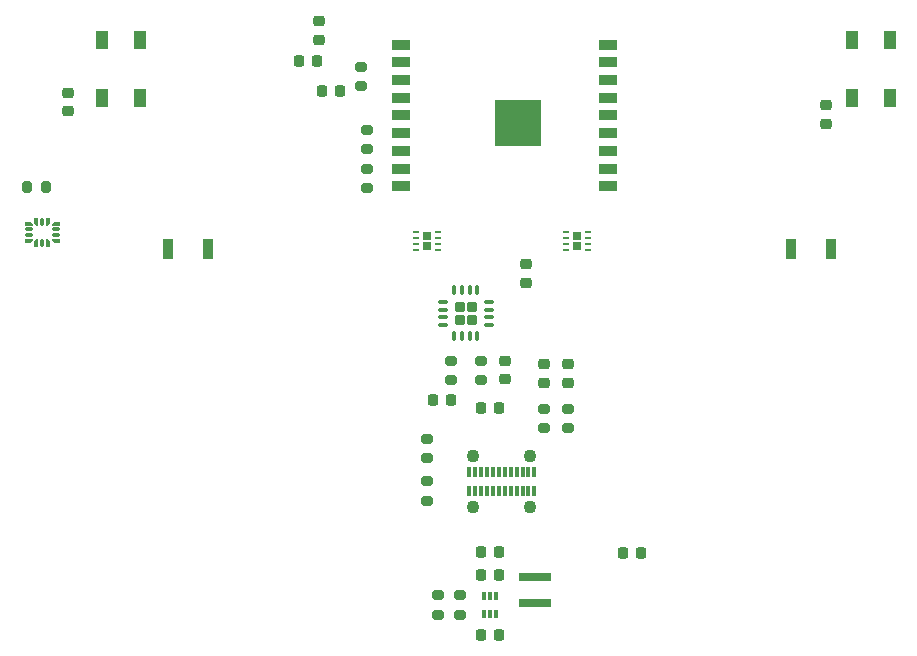
<source format=gbr>
%TF.GenerationSoftware,KiCad,Pcbnew,(6.0.9-0)*%
%TF.CreationDate,2023-03-14T17:35:55-07:00*%
%TF.ProjectId,MiniDusty,4d696e69-4475-4737-9479-2e6b69636164,rev?*%
%TF.SameCoordinates,Original*%
%TF.FileFunction,Paste,Top*%
%TF.FilePolarity,Positive*%
%FSLAX46Y46*%
G04 Gerber Fmt 4.6, Leading zero omitted, Abs format (unit mm)*
G04 Created by KiCad (PCBNEW (6.0.9-0)) date 2023-03-14 17:35:55*
%MOMM*%
%LPD*%
G01*
G04 APERTURE LIST*
G04 Aperture macros list*
%AMRoundRect*
0 Rectangle with rounded corners*
0 $1 Rounding radius*
0 $2 $3 $4 $5 $6 $7 $8 $9 X,Y pos of 4 corners*
0 Add a 4 corners polygon primitive as box body*
4,1,4,$2,$3,$4,$5,$6,$7,$8,$9,$2,$3,0*
0 Add four circle primitives for the rounded corners*
1,1,$1+$1,$2,$3*
1,1,$1+$1,$4,$5*
1,1,$1+$1,$6,$7*
1,1,$1+$1,$8,$9*
0 Add four rect primitives between the rounded corners*
20,1,$1+$1,$2,$3,$4,$5,0*
20,1,$1+$1,$4,$5,$6,$7,0*
20,1,$1+$1,$6,$7,$8,$9,0*
20,1,$1+$1,$8,$9,$2,$3,0*%
%AMFreePoly0*
4,1,48,0.036020,0.199191,0.037970,0.199714,0.040958,0.198321,0.057086,0.195477,0.069630,0.184951,0.084467,0.178033,0.290533,-0.028033,0.293203,-0.031847,0.294953,-0.032857,0.296081,-0.035957,0.305473,-0.049370,0.306900,-0.065680,0.312500,-0.081066,0.312500,-0.125000,0.310782,-0.134742,0.311361,-0.138024,0.309695,-0.140910,0.307977,-0.150652,0.295451,-0.165579,0.285709,-0.182453,
0.279350,-0.184767,0.275000,-0.189952,0.255809,-0.193336,0.237500,-0.200000,-0.237500,-0.200000,-0.247242,-0.198282,-0.250524,-0.198861,-0.253410,-0.197195,-0.263152,-0.195477,-0.278079,-0.182951,-0.294953,-0.173209,-0.297267,-0.166850,-0.302452,-0.162500,-0.305836,-0.143309,-0.312500,-0.125000,-0.312500,0.125000,-0.310782,0.134742,-0.311361,0.138024,-0.309695,0.140910,-0.307977,0.150652,
-0.295451,0.165579,-0.285709,0.182453,-0.279350,0.184767,-0.275000,0.189952,-0.255809,0.193336,-0.237500,0.200000,0.031434,0.200000,0.036020,0.199191,0.036020,0.199191,$1*%
%AMFreePoly1*
4,1,48,0.247242,0.198282,0.250524,0.198861,0.253410,0.197195,0.263152,0.195477,0.278079,0.182951,0.294953,0.173209,0.297267,0.166850,0.302452,0.162500,0.305836,0.143309,0.312500,0.125000,0.312500,0.081066,0.311691,0.076480,0.312214,0.074529,0.310820,0.071540,0.307977,0.055414,0.297452,0.042871,0.290533,0.028033,0.084467,-0.178033,0.080653,-0.180703,0.079643,-0.182453,
0.076543,-0.183581,0.063130,-0.192973,0.046819,-0.194400,0.031434,-0.200000,-0.237500,-0.200000,-0.247242,-0.198282,-0.250524,-0.198861,-0.253410,-0.197195,-0.263152,-0.195477,-0.278079,-0.182951,-0.294953,-0.173209,-0.297267,-0.166850,-0.302452,-0.162500,-0.305836,-0.143309,-0.312500,-0.125000,-0.312500,0.125000,-0.310782,0.134742,-0.311361,0.138024,-0.309695,0.140910,-0.307977,0.150652,
-0.295451,0.165579,-0.285709,0.182453,-0.279350,0.184767,-0.275000,0.189952,-0.255809,0.193336,-0.237500,0.200000,0.237500,0.200000,0.247242,0.198282,0.247242,0.198282,$1*%
%AMFreePoly2*
4,1,48,0.134742,0.310782,0.138024,0.311361,0.140910,0.309695,0.150652,0.307977,0.165579,0.295451,0.182453,0.285709,0.184767,0.279350,0.189952,0.275000,0.193336,0.255809,0.200000,0.237500,0.200000,-0.237500,0.198282,-0.247242,0.198861,-0.250524,0.197195,-0.253410,0.195477,-0.263152,0.182951,-0.278079,0.173209,-0.294953,0.166850,-0.297267,0.162500,-0.302452,0.143309,-0.305836,
0.125000,-0.312500,-0.125000,-0.312500,-0.134742,-0.310782,-0.138024,-0.311361,-0.140910,-0.309695,-0.150652,-0.307977,-0.165579,-0.295451,-0.182453,-0.285709,-0.184767,-0.279350,-0.189952,-0.275000,-0.193336,-0.255809,-0.200000,-0.237500,-0.200000,0.031434,-0.199191,0.036020,-0.199714,0.037970,-0.198321,0.040958,-0.195477,0.057086,-0.184951,0.069630,-0.178033,0.084467,0.028033,0.290533,
0.031847,0.293203,0.032857,0.294953,0.035957,0.296081,0.049370,0.305473,0.065680,0.306900,0.081066,0.312500,0.125000,0.312500,0.134742,0.310782,0.134742,0.310782,$1*%
%AMFreePoly3*
4,1,48,-0.076480,0.311691,-0.074530,0.312214,-0.071542,0.310821,-0.055414,0.307977,-0.042870,0.297451,-0.028033,0.290533,0.178033,0.084467,0.180703,0.080653,0.182453,0.079643,0.183581,0.076543,0.192973,0.063130,0.194400,0.046820,0.200000,0.031434,0.200000,-0.237500,0.198282,-0.247242,0.198861,-0.250524,0.197195,-0.253410,0.195477,-0.263152,0.182951,-0.278079,0.173209,-0.294953,
0.166850,-0.297267,0.162500,-0.302452,0.143309,-0.305836,0.125000,-0.312500,-0.125000,-0.312500,-0.134742,-0.310782,-0.138024,-0.311361,-0.140910,-0.309695,-0.150652,-0.307977,-0.165579,-0.295451,-0.182453,-0.285709,-0.184767,-0.279350,-0.189952,-0.275000,-0.193336,-0.255809,-0.200000,-0.237500,-0.200000,0.237500,-0.198282,0.247242,-0.198861,0.250524,-0.197195,0.253410,-0.195477,0.263152,
-0.182951,0.278079,-0.173209,0.294953,-0.166850,0.297267,-0.162500,0.302452,-0.143309,0.305836,-0.125000,0.312500,-0.081066,0.312500,-0.076480,0.311691,-0.076480,0.311691,$1*%
%AMFreePoly4*
4,1,48,0.247242,0.198282,0.250524,0.198861,0.253410,0.197195,0.263152,0.195477,0.278079,0.182951,0.294953,0.173209,0.297267,0.166850,0.302452,0.162500,0.305836,0.143309,0.312500,0.125000,0.312500,-0.125000,0.310782,-0.134742,0.311361,-0.138024,0.309695,-0.140910,0.307977,-0.150652,0.295451,-0.165579,0.285709,-0.182453,0.279350,-0.184767,0.275000,-0.189952,0.255809,-0.193336,
0.237500,-0.200000,-0.031434,-0.200000,-0.036020,-0.199191,-0.037971,-0.199714,-0.040960,-0.198320,-0.057086,-0.195477,-0.069629,-0.184952,-0.084467,-0.178033,-0.290533,0.028033,-0.293203,0.031847,-0.294953,0.032857,-0.296081,0.035957,-0.305473,0.049370,-0.306900,0.065681,-0.312500,0.081066,-0.312500,0.125000,-0.310782,0.134742,-0.311361,0.138024,-0.309695,0.140910,-0.307977,0.150652,
-0.295451,0.165579,-0.285709,0.182453,-0.279350,0.184767,-0.275000,0.189952,-0.255809,0.193336,-0.237500,0.200000,0.237500,0.200000,0.247242,0.198282,0.247242,0.198282,$1*%
%AMFreePoly5*
4,1,48,0.247242,0.198282,0.250524,0.198861,0.253410,0.197195,0.263152,0.195477,0.278079,0.182951,0.294953,0.173209,0.297267,0.166850,0.302452,0.162500,0.305836,0.143309,0.312500,0.125000,0.312500,-0.125000,0.310782,-0.134742,0.311361,-0.138024,0.309695,-0.140910,0.307977,-0.150652,0.295451,-0.165579,0.285709,-0.182453,0.279350,-0.184767,0.275000,-0.189952,0.255809,-0.193336,
0.237500,-0.200000,-0.237500,-0.200000,-0.247242,-0.198282,-0.250524,-0.198861,-0.253410,-0.197195,-0.263152,-0.195477,-0.278079,-0.182951,-0.294953,-0.173209,-0.297267,-0.166850,-0.302452,-0.162500,-0.305836,-0.143309,-0.312500,-0.125000,-0.312500,-0.081066,-0.311691,-0.076480,-0.312214,-0.074530,-0.310821,-0.071542,-0.307977,-0.055414,-0.297451,-0.042870,-0.290533,-0.028033,-0.084467,0.178033,
-0.080653,0.180703,-0.079643,0.182453,-0.076543,0.183581,-0.063130,0.192973,-0.046820,0.194400,-0.031434,0.200000,0.237500,0.200000,0.247242,0.198282,0.247242,0.198282,$1*%
%AMFreePoly6*
4,1,48,0.134742,0.310782,0.138024,0.311361,0.140910,0.309695,0.150652,0.307977,0.165579,0.295451,0.182453,0.285709,0.184767,0.279350,0.189952,0.275000,0.193336,0.255809,0.200000,0.237500,0.200000,-0.031434,0.199191,-0.036020,0.199714,-0.037971,0.198320,-0.040960,0.195477,-0.057086,0.184952,-0.069629,0.178033,-0.084467,-0.028033,-0.290533,-0.031847,-0.293203,-0.032857,-0.294953,
-0.035957,-0.296081,-0.049370,-0.305473,-0.065681,-0.306900,-0.081066,-0.312500,-0.125000,-0.312500,-0.134742,-0.310782,-0.138024,-0.311361,-0.140910,-0.309695,-0.150652,-0.307977,-0.165579,-0.295451,-0.182453,-0.285709,-0.184767,-0.279350,-0.189952,-0.275000,-0.193336,-0.255809,-0.200000,-0.237500,-0.200000,0.237500,-0.198282,0.247242,-0.198861,0.250524,-0.197195,0.253410,-0.195477,0.263152,
-0.182951,0.278079,-0.173209,0.294953,-0.166850,0.297267,-0.162500,0.302452,-0.143309,0.305836,-0.125000,0.312500,0.125000,0.312500,0.134742,0.310782,0.134742,0.310782,$1*%
%AMFreePoly7*
4,1,48,0.134742,0.310782,0.138024,0.311361,0.140910,0.309695,0.150652,0.307977,0.165579,0.295451,0.182453,0.285709,0.184767,0.279350,0.189952,0.275000,0.193336,0.255809,0.200000,0.237500,0.200000,-0.237500,0.198282,-0.247242,0.198861,-0.250524,0.197195,-0.253410,0.195477,-0.263152,0.182951,-0.278079,0.173209,-0.294953,0.166850,-0.297267,0.162500,-0.302452,0.143309,-0.305836,
0.125000,-0.312500,0.081066,-0.312500,0.076480,-0.311691,0.074529,-0.312214,0.071540,-0.310820,0.055414,-0.307977,0.042871,-0.297452,0.028033,-0.290533,-0.178033,-0.084467,-0.180703,-0.080653,-0.182453,-0.079643,-0.183581,-0.076543,-0.192973,-0.063130,-0.194400,-0.046819,-0.200000,-0.031434,-0.200000,0.237500,-0.198282,0.247242,-0.198861,0.250524,-0.197195,0.253410,-0.195477,0.263152,
-0.182951,0.278079,-0.173209,0.294953,-0.166850,0.297267,-0.162500,0.302452,-0.143309,0.305836,-0.125000,0.312500,0.125000,0.312500,0.134742,0.310782,0.134742,0.310782,$1*%
G04 Aperture macros list end*
%ADD10RoundRect,0.225000X0.250000X-0.225000X0.250000X0.225000X-0.250000X0.225000X-0.250000X-0.225000X0*%
%ADD11RoundRect,0.218750X-0.256250X0.218750X-0.256250X-0.218750X0.256250X-0.218750X0.256250X0.218750X0*%
%ADD12R,2.700000X0.800000*%
%ADD13RoundRect,0.225000X-0.250000X0.225000X-0.250000X-0.225000X0.250000X-0.225000X0.250000X0.225000X0*%
%ADD14R,0.750000X0.650000*%
%ADD15R,0.500000X0.250000*%
%ADD16R,0.900000X1.700000*%
%ADD17RoundRect,0.200000X-0.275000X0.200000X-0.275000X-0.200000X0.275000X-0.200000X0.275000X0.200000X0*%
%ADD18R,0.300000X0.850000*%
%ADD19C,1.100000*%
%ADD20RoundRect,0.200000X0.200000X0.275000X-0.200000X0.275000X-0.200000X-0.275000X0.200000X-0.275000X0*%
%ADD21RoundRect,0.200000X0.275000X-0.200000X0.275000X0.200000X-0.275000X0.200000X-0.275000X-0.200000X0*%
%ADD22R,1.500000X0.900000*%
%ADD23R,4.000000X4.000000*%
%ADD24FreePoly0,0.000000*%
%ADD25RoundRect,0.100000X-0.212500X-0.100000X0.212500X-0.100000X0.212500X0.100000X-0.212500X0.100000X0*%
%ADD26FreePoly1,0.000000*%
%ADD27FreePoly2,0.000000*%
%ADD28RoundRect,0.100000X-0.100000X-0.212500X0.100000X-0.212500X0.100000X0.212500X-0.100000X0.212500X0*%
%ADD29FreePoly3,0.000000*%
%ADD30FreePoly4,0.000000*%
%ADD31FreePoly5,0.000000*%
%ADD32FreePoly6,0.000000*%
%ADD33FreePoly7,0.000000*%
%ADD34R,1.000000X1.500000*%
%ADD35RoundRect,0.212500X-0.212500X-0.212500X0.212500X-0.212500X0.212500X0.212500X-0.212500X0.212500X0*%
%ADD36RoundRect,0.075000X-0.350000X-0.075000X0.350000X-0.075000X0.350000X0.075000X-0.350000X0.075000X0*%
%ADD37RoundRect,0.075000X-0.075000X-0.350000X0.075000X-0.350000X0.075000X0.350000X-0.075000X0.350000X0*%
%ADD38RoundRect,0.225000X-0.225000X-0.250000X0.225000X-0.250000X0.225000X0.250000X-0.225000X0.250000X0*%
%ADD39RoundRect,0.225000X0.225000X0.250000X-0.225000X0.250000X-0.225000X-0.250000X0.225000X-0.250000X0*%
%ADD40RoundRect,0.218750X0.218750X0.256250X-0.218750X0.256250X-0.218750X-0.256250X0.218750X-0.256250X0*%
%ADD41R,0.340000X0.700000*%
G04 APERTURE END LIST*
D10*
%TO.C,C10*%
X143510000Y-96800000D03*
X143510000Y-95250000D03*
%TD*%
D11*
%TO.C,D4*%
X145014000Y-103694500D03*
X145014000Y-105269500D03*
%TD*%
%TO.C,D5*%
X147046000Y-103694500D03*
X147046000Y-105269500D03*
%TD*%
D12*
%TO.C,L1*%
X144272000Y-123900000D03*
X144272000Y-121700000D03*
%TD*%
D13*
%TO.C,C11*%
X141732000Y-103399000D03*
X141732000Y-104949000D03*
%TD*%
D10*
%TO.C,C7*%
X168890000Y-83325000D03*
X168890000Y-81775000D03*
%TD*%
D14*
%TO.C,U1*%
X135108000Y-92872000D03*
X135108000Y-93672000D03*
D15*
X134158000Y-92522000D03*
X134158000Y-93022000D03*
X134158000Y-93522000D03*
X134158000Y-94022000D03*
X136058000Y-94022000D03*
X136058000Y-93522000D03*
X136058000Y-93022000D03*
X136058000Y-92522000D03*
%TD*%
D16*
%TO.C,SW1*%
X116615000Y-93980000D03*
X113215000Y-93980000D03*
%TD*%
D17*
%TO.C,R4*%
X136017000Y-123245000D03*
X136017000Y-124895000D03*
%TD*%
%TO.C,R10*%
X135108000Y-113626000D03*
X135108000Y-115276000D03*
%TD*%
%TO.C,R2*%
X129520000Y-78511000D03*
X129520000Y-80161000D03*
%TD*%
D18*
%TO.C,J4*%
X138708000Y-112791000D03*
X139208000Y-112791000D03*
X139708000Y-112791000D03*
X140208000Y-112791000D03*
X140708000Y-112791000D03*
X141208000Y-112791000D03*
X141708000Y-112791000D03*
X142208000Y-112791000D03*
X142708000Y-112791000D03*
X143208000Y-112791000D03*
X143708000Y-112791000D03*
X144208000Y-112791000D03*
X144208000Y-114461000D03*
X143708000Y-114461000D03*
X143208000Y-114461000D03*
X142708000Y-114461000D03*
X142208000Y-114461000D03*
X141708000Y-114461000D03*
X141208000Y-114461000D03*
X140708000Y-114461000D03*
X140208000Y-114461000D03*
X139708000Y-114461000D03*
X139208000Y-114461000D03*
X138708000Y-114461000D03*
D19*
X139058000Y-111476000D03*
X139058000Y-115776000D03*
X143858000Y-115776000D03*
X143858000Y-111476000D03*
%TD*%
D17*
%TO.C,R13*%
X145014000Y-107467000D03*
X145014000Y-109117000D03*
%TD*%
D20*
%TO.C,R8*%
X102869500Y-88733000D03*
X101219500Y-88733000D03*
%TD*%
D21*
%TO.C,R5*%
X137922000Y-124895000D03*
X137922000Y-123245000D03*
%TD*%
D13*
%TO.C,C6*%
X104753727Y-80698473D03*
X104753727Y-82248473D03*
%TD*%
D22*
%TO.C,U3*%
X132962000Y-76638000D03*
X132962000Y-78138000D03*
X132962000Y-79638000D03*
X132962000Y-81138000D03*
X132962000Y-82638000D03*
X132962000Y-84138000D03*
X132962000Y-85638000D03*
X132962000Y-87138000D03*
X132962000Y-88638000D03*
X150462000Y-88638000D03*
X150462000Y-87138000D03*
X150462000Y-85638000D03*
X150462000Y-84138000D03*
X150462000Y-82638000D03*
X150462000Y-81138000D03*
X150462000Y-79638000D03*
X150462000Y-78138000D03*
X150462000Y-76638000D03*
D23*
X142812000Y-83248000D03*
%TD*%
D24*
%TO.C,U5*%
X101390000Y-91793000D03*
D25*
X101390000Y-92293000D03*
X101390000Y-92793000D03*
D26*
X101390000Y-93293000D03*
D27*
X102052500Y-93455500D03*
D28*
X102552500Y-93455500D03*
D29*
X103052500Y-93455500D03*
D30*
X103715000Y-93293000D03*
D25*
X103715000Y-92793000D03*
X103715000Y-92293000D03*
D31*
X103715000Y-91793000D03*
D32*
X103052500Y-91630500D03*
D28*
X102552500Y-91630500D03*
D33*
X102052500Y-91630500D03*
%TD*%
D34*
%TO.C,D2*%
X174300000Y-76290000D03*
X171100000Y-76290000D03*
X171100000Y-81190000D03*
X174300000Y-81190000D03*
%TD*%
D10*
%TO.C,C13*%
X125984000Y-76213000D03*
X125984000Y-74663000D03*
%TD*%
D35*
%TO.C,U6*%
X137885000Y-98877000D03*
X137885000Y-99927000D03*
X138935000Y-98877000D03*
X138935000Y-99927000D03*
D36*
X136460000Y-98427000D03*
X136460000Y-99077000D03*
X136460000Y-99727000D03*
X136460000Y-100377000D03*
D37*
X137435000Y-101352000D03*
X138085000Y-101352000D03*
X138735000Y-101352000D03*
X139385000Y-101352000D03*
D36*
X140360000Y-100377000D03*
X140360000Y-99727000D03*
X140360000Y-99077000D03*
X140360000Y-98427000D03*
D37*
X139385000Y-97452000D03*
X138735000Y-97452000D03*
X138085000Y-97452000D03*
X137435000Y-97452000D03*
%TD*%
D21*
%TO.C,R11*%
X139680000Y-105053000D03*
X139680000Y-103403000D03*
%TD*%
D16*
%TO.C,SW2*%
X165940000Y-93980000D03*
X169340000Y-93980000D03*
%TD*%
D17*
%TO.C,R3*%
X130028000Y-83845000D03*
X130028000Y-85495000D03*
%TD*%
%TO.C,R14*%
X147046000Y-107467000D03*
X147046000Y-109117000D03*
%TD*%
D38*
%TO.C,C1*%
X126205000Y-80606000D03*
X127755000Y-80606000D03*
%TD*%
D39*
%TO.C,C5*%
X141237000Y-121530000D03*
X139687000Y-121530000D03*
%TD*%
%TO.C,C9*%
X137153000Y-106768000D03*
X135603000Y-106768000D03*
%TD*%
D21*
%TO.C,R6*%
X130028000Y-88797000D03*
X130028000Y-87147000D03*
%TD*%
D17*
%TO.C,R9*%
X135108000Y-110007000D03*
X135108000Y-111657000D03*
%TD*%
D39*
%TO.C,C2*%
X141237000Y-126610000D03*
X139687000Y-126610000D03*
%TD*%
D38*
%TO.C,C8*%
X139674321Y-107395844D03*
X141224321Y-107395844D03*
%TD*%
D14*
%TO.C,U2*%
X147808000Y-93672000D03*
X147808000Y-92872000D03*
D15*
X148758000Y-94022000D03*
X148758000Y-93522000D03*
X148758000Y-93022000D03*
X148758000Y-92522000D03*
X146858000Y-92522000D03*
X146858000Y-93022000D03*
X146858000Y-93522000D03*
X146858000Y-94022000D03*
%TD*%
D34*
%TO.C,D3*%
X110800000Y-76290000D03*
X107600000Y-76290000D03*
X107600000Y-81190000D03*
X110800000Y-81190000D03*
%TD*%
D40*
%TO.C,D1*%
X153264049Y-119713921D03*
X151689049Y-119713921D03*
%TD*%
D41*
%TO.C,U4*%
X139962000Y-124820000D03*
X140462000Y-124820000D03*
X140962000Y-124820000D03*
X140962000Y-123320000D03*
X140462000Y-123320000D03*
X139962000Y-123320000D03*
%TD*%
D39*
%TO.C,R7*%
X141237000Y-119625000D03*
X139687000Y-119625000D03*
%TD*%
%TO.C,C12*%
X125850000Y-78066000D03*
X124300000Y-78066000D03*
%TD*%
D21*
%TO.C,R12*%
X137140000Y-105053000D03*
X137140000Y-103403000D03*
%TD*%
M02*

</source>
